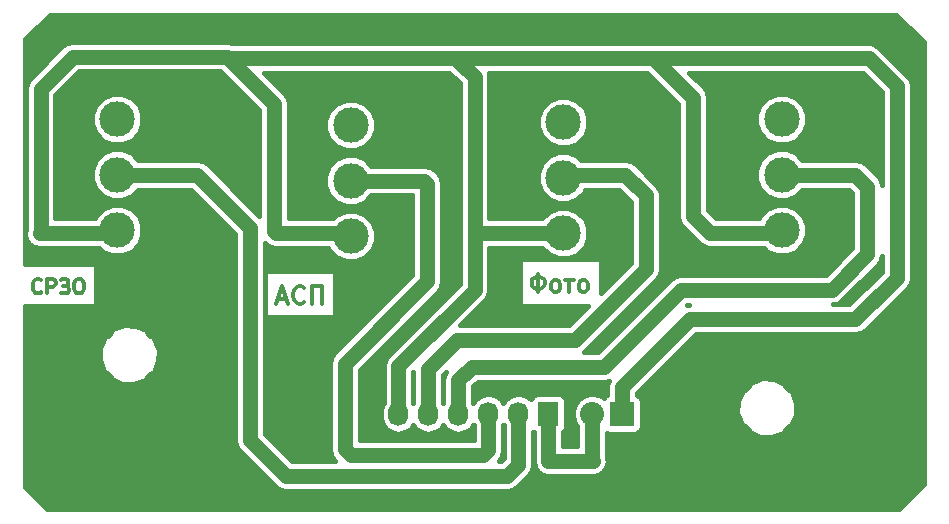
<source format=gbr>
G04 #@! TF.FileFunction,Copper,L1,Top,Signal*
%FSLAX46Y46*%
G04 Gerber Fmt 4.6, Leading zero omitted, Abs format (unit mm)*
G04 Created by KiCad (PCBNEW 4.0.0-rc2-stable) date 3-4-2016 10:17:43*
%MOMM*%
G01*
G04 APERTURE LIST*
%ADD10C,0.100000*%
%ADD11C,0.300000*%
%ADD12C,2.997200*%
%ADD13R,1.727200X2.032000*%
%ADD14O,1.727200X2.032000*%
%ADD15R,2.032000X2.032000*%
%ADD16O,2.032000X2.032000*%
%ADD17C,1.250000*%
%ADD18C,0.454000*%
G04 APERTURE END LIST*
D10*
D11*
X58392857Y-37178571D02*
X58392857Y-35678571D01*
X58250000Y-35892857D02*
X58535714Y-35892857D01*
X58750000Y-35964286D01*
X58892857Y-36107143D01*
X58964286Y-36250000D01*
X58964286Y-36535714D01*
X58892857Y-36678571D01*
X58750000Y-36821429D01*
X58535714Y-36892857D01*
X58250000Y-36892857D01*
X58035714Y-36821429D01*
X57892857Y-36678571D01*
X57821429Y-36535714D01*
X57821429Y-36250000D01*
X57892857Y-36107143D01*
X58035714Y-35964286D01*
X58250000Y-35892857D01*
X59750001Y-37178571D02*
X59607143Y-37107143D01*
X59535715Y-37035714D01*
X59464286Y-36892857D01*
X59464286Y-36464286D01*
X59535715Y-36321429D01*
X59607143Y-36250000D01*
X59750001Y-36178571D01*
X59964286Y-36178571D01*
X60107143Y-36250000D01*
X60178572Y-36321429D01*
X60250001Y-36464286D01*
X60250001Y-36892857D01*
X60178572Y-37035714D01*
X60107143Y-37107143D01*
X59964286Y-37178571D01*
X59750001Y-37178571D01*
X60678572Y-36178571D02*
X61392858Y-36178571D01*
X61035715Y-36178571D02*
X61035715Y-37178571D01*
X62107144Y-37178571D02*
X61964286Y-37107143D01*
X61892858Y-37035714D01*
X61821429Y-36892857D01*
X61821429Y-36464286D01*
X61892858Y-36321429D01*
X61964286Y-36250000D01*
X62107144Y-36178571D01*
X62321429Y-36178571D01*
X62464286Y-36250000D01*
X62535715Y-36321429D01*
X62607144Y-36464286D01*
X62607144Y-36892857D01*
X62535715Y-37035714D01*
X62464286Y-37107143D01*
X62321429Y-37178571D01*
X62107144Y-37178571D01*
X36357143Y-37750000D02*
X37071429Y-37750000D01*
X36214286Y-38178571D02*
X36714286Y-36678571D01*
X37214286Y-38178571D01*
X38571429Y-38035714D02*
X38500000Y-38107143D01*
X38285714Y-38178571D01*
X38142857Y-38178571D01*
X37928572Y-38107143D01*
X37785714Y-37964286D01*
X37714286Y-37821429D01*
X37642857Y-37535714D01*
X37642857Y-37321429D01*
X37714286Y-37035714D01*
X37785714Y-36892857D01*
X37928572Y-36750000D01*
X38142857Y-36678571D01*
X38285714Y-36678571D01*
X38500000Y-36750000D01*
X38571429Y-36821429D01*
X39214286Y-38178571D02*
X39214286Y-36678571D01*
X40071429Y-36678571D01*
X40071429Y-38178571D01*
X16321429Y-37178571D02*
X16264286Y-37235714D01*
X16092857Y-37292857D01*
X15978571Y-37292857D01*
X15807143Y-37235714D01*
X15692857Y-37121429D01*
X15635714Y-37007143D01*
X15578571Y-36778571D01*
X15578571Y-36607143D01*
X15635714Y-36378571D01*
X15692857Y-36264286D01*
X15807143Y-36150000D01*
X15978571Y-36092857D01*
X16092857Y-36092857D01*
X16264286Y-36150000D01*
X16321429Y-36207143D01*
X16835714Y-37292857D02*
X16835714Y-36092857D01*
X17292857Y-36092857D01*
X17407143Y-36150000D01*
X17464286Y-36207143D01*
X17521429Y-36321429D01*
X17521429Y-36492857D01*
X17464286Y-36607143D01*
X17407143Y-36664286D01*
X17292857Y-36721429D01*
X16835714Y-36721429D01*
X18150000Y-36664286D02*
X18378571Y-36664286D01*
X17978571Y-36150000D02*
X18092857Y-36092857D01*
X18378571Y-36092857D01*
X18492857Y-36150000D01*
X18550000Y-36207143D01*
X18607143Y-36321429D01*
X18607143Y-36435714D01*
X18550000Y-36550000D01*
X18492857Y-36607143D01*
X18378571Y-36664286D01*
X18550000Y-36721429D01*
X18607143Y-36778571D01*
X18664286Y-36892857D01*
X18664286Y-37064286D01*
X18607143Y-37178571D01*
X18550000Y-37235714D01*
X18435714Y-37292857D01*
X18092857Y-37292857D01*
X17978571Y-37235714D01*
X19407143Y-36092857D02*
X19635714Y-36092857D01*
X19750000Y-36150000D01*
X19864286Y-36264286D01*
X19921428Y-36492857D01*
X19921428Y-36892857D01*
X19864286Y-37121429D01*
X19750000Y-37235714D01*
X19635714Y-37292857D01*
X19407143Y-37292857D01*
X19292857Y-37235714D01*
X19178571Y-37121429D01*
X19121428Y-36892857D01*
X19121428Y-36492857D01*
X19178571Y-36264286D01*
X19292857Y-36150000D01*
X19407143Y-36092857D01*
D12*
X60500000Y-32199000D03*
X60500000Y-27500000D03*
X60500000Y-22801000D03*
X79000000Y-31949000D03*
X79000000Y-27250000D03*
X79000000Y-22551000D03*
X22750000Y-31949000D03*
X22750000Y-27250000D03*
X22750000Y-22551000D03*
X42500000Y-32449000D03*
X42500000Y-27750000D03*
X42500000Y-23051000D03*
D13*
X59250000Y-47500000D03*
D14*
X56710000Y-47500000D03*
X54170000Y-47500000D03*
X51630000Y-47500000D03*
X49090000Y-47500000D03*
X46550000Y-47500000D03*
D15*
X65500000Y-47500000D03*
D16*
X62960000Y-47500000D03*
D17*
X22750000Y-27250000D02*
X29500000Y-27250000D01*
X56710000Y-51790000D02*
X56710000Y-47500000D01*
X55750000Y-52750000D02*
X56710000Y-51790000D01*
X37000000Y-52750000D02*
X55750000Y-52750000D01*
X34000000Y-49750000D02*
X37000000Y-52750000D01*
X34000000Y-31750000D02*
X34000000Y-49750000D01*
X29500000Y-27250000D02*
X34000000Y-31750000D01*
X42500000Y-27750000D02*
X48750000Y-27750000D01*
X54170000Y-50580000D02*
X54170000Y-47500000D01*
X53750000Y-51000000D02*
X54170000Y-50580000D01*
X42500000Y-51000000D02*
X53750000Y-51000000D01*
X42000000Y-50500000D02*
X42500000Y-51000000D01*
X42000000Y-43250000D02*
X42000000Y-50500000D01*
X49000000Y-36250000D02*
X42000000Y-43250000D01*
X49000000Y-28000000D02*
X49000000Y-36250000D01*
X48750000Y-27750000D02*
X49000000Y-28000000D01*
X51620000Y-44630000D02*
X51620000Y-47500000D01*
X52750000Y-43500000D02*
X51620000Y-44630000D01*
X64000000Y-43500000D02*
X52750000Y-43500000D01*
X70500000Y-37000000D02*
X64000000Y-43500000D01*
X83250000Y-37000000D02*
X70500000Y-37000000D01*
X86250000Y-34000000D02*
X83250000Y-37000000D01*
X86250000Y-28250000D02*
X86250000Y-34000000D01*
X85250000Y-27250000D02*
X86250000Y-28250000D01*
X78500000Y-27250000D02*
X85250000Y-27250000D01*
X65750000Y-27250000D02*
X67500000Y-29000000D01*
X60250000Y-27250000D02*
X65750000Y-27250000D01*
X67500000Y-29000000D02*
X67500000Y-35250000D01*
X67500000Y-35250000D02*
X61500000Y-41250000D01*
X61500000Y-41250000D02*
X56500000Y-41250000D01*
X56500000Y-41250000D02*
X51500000Y-41250000D01*
X51500000Y-41250000D02*
X49080000Y-43670000D01*
X49080000Y-43670000D02*
X49080000Y-47500000D01*
X53000000Y-31750000D02*
X53000000Y-37000000D01*
X46550000Y-43450000D02*
X46550000Y-47500000D01*
X53000000Y-37000000D02*
X46550000Y-43450000D01*
X86375000Y-17375000D02*
X68125000Y-17375000D01*
X88750000Y-19750000D02*
X86375000Y-17375000D01*
X88750000Y-36000000D02*
X88750000Y-19750000D01*
X22750000Y-32199000D02*
X16199000Y-32199000D01*
X16250000Y-32148000D02*
X16250000Y-20000000D01*
X16199000Y-32199000D02*
X16250000Y-32148000D01*
X16250000Y-20000000D02*
X19000000Y-17250000D01*
X32125000Y-17375000D02*
X51000000Y-17375000D01*
X51000000Y-17375000D02*
X51375000Y-17375000D01*
X51375000Y-17375000D02*
X53000000Y-19000000D01*
X32000000Y-17250000D02*
X32125000Y-17375000D01*
X32125000Y-17375000D02*
X36000000Y-21250000D01*
X19000000Y-17250000D02*
X32000000Y-17250000D01*
X36000000Y-21250000D02*
X36000000Y-32000000D01*
X53000000Y-19000000D02*
X53000000Y-31750000D01*
X36000000Y-32000000D02*
X36199000Y-32199000D01*
X51000000Y-17375000D02*
X68125000Y-17375000D01*
X72949000Y-32199000D02*
X78250000Y-32199000D01*
X71500000Y-30750000D02*
X72949000Y-32199000D01*
X71500000Y-20750000D02*
X71500000Y-30750000D01*
X68125000Y-17375000D02*
X71500000Y-20750000D01*
X53449000Y-32199000D02*
X60250000Y-32199000D01*
X53000000Y-31750000D02*
X53449000Y-32199000D01*
X36199000Y-32199000D02*
X42750000Y-32199000D01*
X65500000Y-47500000D02*
X65500000Y-45250000D01*
X85250000Y-39500000D02*
X88750000Y-36000000D01*
X71250000Y-39500000D02*
X85250000Y-39500000D01*
X65500000Y-45250000D02*
X71250000Y-39500000D01*
X59250000Y-47500000D02*
X59250000Y-51500000D01*
X62960000Y-51460000D02*
X62960000Y-47500000D01*
X63000000Y-51500000D02*
X62960000Y-51460000D01*
X59250000Y-51500000D02*
X63000000Y-51500000D01*
D18*
G36*
X91040000Y-16044092D02*
X91040000Y-53455908D01*
X88955908Y-55540000D01*
X16794091Y-55540000D01*
X14960000Y-53705908D01*
X14960000Y-42923002D01*
X21251876Y-42923002D01*
X21603910Y-43846794D01*
X21684453Y-43967334D01*
X21978247Y-44100999D01*
X22149251Y-44272302D01*
X22282666Y-44565547D01*
X23184812Y-44969841D01*
X24173002Y-44998124D01*
X25096794Y-44646090D01*
X25217334Y-44565547D01*
X25350999Y-44271753D01*
X25522302Y-44100749D01*
X25815547Y-43967334D01*
X26219841Y-43065188D01*
X26248124Y-42076998D01*
X25896090Y-41153206D01*
X25815547Y-41032666D01*
X25521753Y-40899001D01*
X25350749Y-40727698D01*
X25217334Y-40434453D01*
X24315188Y-40030159D01*
X23326998Y-40001876D01*
X22403206Y-40353910D01*
X22282666Y-40434453D01*
X22149001Y-40728247D01*
X21977698Y-40899251D01*
X21684453Y-41032666D01*
X21280159Y-41934812D01*
X21251876Y-42923002D01*
X14960000Y-42923002D01*
X14960000Y-38375000D01*
X20935000Y-38375000D01*
X20935000Y-34825000D01*
X14960000Y-34825000D01*
X14960000Y-32304578D01*
X15034912Y-32681181D01*
X15308045Y-33089955D01*
X15716819Y-33363088D01*
X16199000Y-33459001D01*
X16199005Y-33459000D01*
X21242630Y-33459000D01*
X21539835Y-33756724D01*
X22323739Y-34082229D01*
X23172537Y-34082970D01*
X23957009Y-33758833D01*
X24557724Y-33159165D01*
X24883229Y-32375261D01*
X24883970Y-31526463D01*
X24559833Y-30741991D01*
X23960165Y-30141276D01*
X23176261Y-29815771D01*
X22327463Y-29815030D01*
X21542991Y-30139167D01*
X20942276Y-30738835D01*
X20859160Y-30939000D01*
X17510000Y-30939000D01*
X17510000Y-22973537D01*
X20616030Y-22973537D01*
X20940167Y-23758009D01*
X21539835Y-24358724D01*
X22323739Y-24684229D01*
X23172537Y-24684970D01*
X23957009Y-24360833D01*
X24557724Y-23761165D01*
X24883229Y-22977261D01*
X24883970Y-22128463D01*
X24559833Y-21343991D01*
X23960165Y-20743276D01*
X23176261Y-20417771D01*
X22327463Y-20417030D01*
X21542991Y-20741167D01*
X20942276Y-21340835D01*
X20616771Y-22124739D01*
X20616030Y-22973537D01*
X17510000Y-22973537D01*
X17510000Y-20521910D01*
X19521909Y-18510000D01*
X31478090Y-18510000D01*
X34740000Y-21771909D01*
X34740000Y-30708090D01*
X30390955Y-26359045D01*
X29982181Y-26085912D01*
X29500000Y-25989999D01*
X29499995Y-25990000D01*
X24506934Y-25990000D01*
X23960165Y-25442276D01*
X23176261Y-25116771D01*
X22327463Y-25116030D01*
X21542991Y-25440167D01*
X20942276Y-26039835D01*
X20616771Y-26823739D01*
X20616030Y-27672537D01*
X20940167Y-28457009D01*
X21539835Y-29057724D01*
X22323739Y-29383229D01*
X23172537Y-29383970D01*
X23957009Y-29059833D01*
X24507802Y-28510000D01*
X28978090Y-28510000D01*
X32740000Y-32271910D01*
X32740000Y-49749995D01*
X32739999Y-49750000D01*
X32835912Y-50232181D01*
X33109045Y-50640955D01*
X36109043Y-53640952D01*
X36109045Y-53640955D01*
X36517819Y-53914088D01*
X37000000Y-54010001D01*
X37000005Y-54010000D01*
X55749995Y-54010000D01*
X55750000Y-54010001D01*
X56232181Y-53914088D01*
X56640955Y-53640955D01*
X57600955Y-52680955D01*
X57874088Y-52272181D01*
X57970001Y-51790000D01*
X57970000Y-51789995D01*
X57970000Y-49000026D01*
X57990000Y-49013692D01*
X57990000Y-51500000D01*
X58085912Y-51982181D01*
X58359045Y-52390955D01*
X58767819Y-52664088D01*
X59250000Y-52760000D01*
X62999995Y-52760000D01*
X63000000Y-52760001D01*
X63482181Y-52664088D01*
X63890955Y-52390955D01*
X64164088Y-51982181D01*
X64260001Y-51500000D01*
X64220000Y-51298904D01*
X64220000Y-49104157D01*
X64232110Y-49112431D01*
X64484000Y-49163440D01*
X66516000Y-49163440D01*
X66751317Y-49119162D01*
X66967441Y-48980090D01*
X67112431Y-48767890D01*
X67163440Y-48516000D01*
X67163440Y-47423002D01*
X75251876Y-47423002D01*
X75603910Y-48346794D01*
X75684453Y-48467334D01*
X75978247Y-48600999D01*
X76149251Y-48772302D01*
X76282666Y-49065547D01*
X77184812Y-49469841D01*
X78173002Y-49498124D01*
X79096794Y-49146090D01*
X79217334Y-49065547D01*
X79350999Y-48771753D01*
X79522302Y-48600749D01*
X79815547Y-48467334D01*
X80219841Y-47565188D01*
X80248124Y-46576998D01*
X79896090Y-45653206D01*
X79815547Y-45532666D01*
X79521753Y-45399001D01*
X79350749Y-45227698D01*
X79217334Y-44934453D01*
X78315188Y-44530159D01*
X77326998Y-44501876D01*
X76403206Y-44853910D01*
X76282666Y-44934453D01*
X76149001Y-45228247D01*
X75977698Y-45399251D01*
X75684453Y-45532666D01*
X75280159Y-46434812D01*
X75251876Y-47423002D01*
X67163440Y-47423002D01*
X67163440Y-46484000D01*
X67119162Y-46248683D01*
X66980090Y-46032559D01*
X66767890Y-45887569D01*
X66760000Y-45885971D01*
X66760000Y-45771910D01*
X71771910Y-40760000D01*
X85249995Y-40760000D01*
X85250000Y-40760001D01*
X85732181Y-40664088D01*
X86140955Y-40390955D01*
X89640952Y-36890957D01*
X89640955Y-36890955D01*
X89914088Y-36482181D01*
X90010000Y-36000000D01*
X90010000Y-19750000D01*
X89914088Y-19267819D01*
X89640955Y-18859045D01*
X89640952Y-18859043D01*
X87265955Y-16484045D01*
X86857181Y-16210912D01*
X86375000Y-16114999D01*
X86374995Y-16115000D01*
X68125005Y-16115000D01*
X68125000Y-16114999D01*
X68124995Y-16115000D01*
X51375005Y-16115000D01*
X51375000Y-16114999D01*
X51374995Y-16115000D01*
X32525714Y-16115000D01*
X32482181Y-16085912D01*
X32000000Y-15989999D01*
X31999995Y-15990000D01*
X19000000Y-15990000D01*
X18517819Y-16085912D01*
X18109045Y-16359045D01*
X18109043Y-16359048D01*
X15359045Y-19109045D01*
X15085912Y-19517819D01*
X14989999Y-20000000D01*
X14990000Y-20000005D01*
X14990000Y-31942604D01*
X14960000Y-32093422D01*
X14960000Y-15794092D01*
X17044092Y-13710000D01*
X88705908Y-13710000D01*
X91040000Y-16044092D01*
X91040000Y-16044092D01*
G37*
X91040000Y-16044092D02*
X91040000Y-53455908D01*
X88955908Y-55540000D01*
X16794091Y-55540000D01*
X14960000Y-53705908D01*
X14960000Y-42923002D01*
X21251876Y-42923002D01*
X21603910Y-43846794D01*
X21684453Y-43967334D01*
X21978247Y-44100999D01*
X22149251Y-44272302D01*
X22282666Y-44565547D01*
X23184812Y-44969841D01*
X24173002Y-44998124D01*
X25096794Y-44646090D01*
X25217334Y-44565547D01*
X25350999Y-44271753D01*
X25522302Y-44100749D01*
X25815547Y-43967334D01*
X26219841Y-43065188D01*
X26248124Y-42076998D01*
X25896090Y-41153206D01*
X25815547Y-41032666D01*
X25521753Y-40899001D01*
X25350749Y-40727698D01*
X25217334Y-40434453D01*
X24315188Y-40030159D01*
X23326998Y-40001876D01*
X22403206Y-40353910D01*
X22282666Y-40434453D01*
X22149001Y-40728247D01*
X21977698Y-40899251D01*
X21684453Y-41032666D01*
X21280159Y-41934812D01*
X21251876Y-42923002D01*
X14960000Y-42923002D01*
X14960000Y-38375000D01*
X20935000Y-38375000D01*
X20935000Y-34825000D01*
X14960000Y-34825000D01*
X14960000Y-32304578D01*
X15034912Y-32681181D01*
X15308045Y-33089955D01*
X15716819Y-33363088D01*
X16199000Y-33459001D01*
X16199005Y-33459000D01*
X21242630Y-33459000D01*
X21539835Y-33756724D01*
X22323739Y-34082229D01*
X23172537Y-34082970D01*
X23957009Y-33758833D01*
X24557724Y-33159165D01*
X24883229Y-32375261D01*
X24883970Y-31526463D01*
X24559833Y-30741991D01*
X23960165Y-30141276D01*
X23176261Y-29815771D01*
X22327463Y-29815030D01*
X21542991Y-30139167D01*
X20942276Y-30738835D01*
X20859160Y-30939000D01*
X17510000Y-30939000D01*
X17510000Y-22973537D01*
X20616030Y-22973537D01*
X20940167Y-23758009D01*
X21539835Y-24358724D01*
X22323739Y-24684229D01*
X23172537Y-24684970D01*
X23957009Y-24360833D01*
X24557724Y-23761165D01*
X24883229Y-22977261D01*
X24883970Y-22128463D01*
X24559833Y-21343991D01*
X23960165Y-20743276D01*
X23176261Y-20417771D01*
X22327463Y-20417030D01*
X21542991Y-20741167D01*
X20942276Y-21340835D01*
X20616771Y-22124739D01*
X20616030Y-22973537D01*
X17510000Y-22973537D01*
X17510000Y-20521910D01*
X19521909Y-18510000D01*
X31478090Y-18510000D01*
X34740000Y-21771909D01*
X34740000Y-30708090D01*
X30390955Y-26359045D01*
X29982181Y-26085912D01*
X29500000Y-25989999D01*
X29499995Y-25990000D01*
X24506934Y-25990000D01*
X23960165Y-25442276D01*
X23176261Y-25116771D01*
X22327463Y-25116030D01*
X21542991Y-25440167D01*
X20942276Y-26039835D01*
X20616771Y-26823739D01*
X20616030Y-27672537D01*
X20940167Y-28457009D01*
X21539835Y-29057724D01*
X22323739Y-29383229D01*
X23172537Y-29383970D01*
X23957009Y-29059833D01*
X24507802Y-28510000D01*
X28978090Y-28510000D01*
X32740000Y-32271910D01*
X32740000Y-49749995D01*
X32739999Y-49750000D01*
X32835912Y-50232181D01*
X33109045Y-50640955D01*
X36109043Y-53640952D01*
X36109045Y-53640955D01*
X36517819Y-53914088D01*
X37000000Y-54010001D01*
X37000005Y-54010000D01*
X55749995Y-54010000D01*
X55750000Y-54010001D01*
X56232181Y-53914088D01*
X56640955Y-53640955D01*
X57600955Y-52680955D01*
X57874088Y-52272181D01*
X57970001Y-51790000D01*
X57970000Y-51789995D01*
X57970000Y-49000026D01*
X57990000Y-49013692D01*
X57990000Y-51500000D01*
X58085912Y-51982181D01*
X58359045Y-52390955D01*
X58767819Y-52664088D01*
X59250000Y-52760000D01*
X62999995Y-52760000D01*
X63000000Y-52760001D01*
X63482181Y-52664088D01*
X63890955Y-52390955D01*
X64164088Y-51982181D01*
X64260001Y-51500000D01*
X64220000Y-51298904D01*
X64220000Y-49104157D01*
X64232110Y-49112431D01*
X64484000Y-49163440D01*
X66516000Y-49163440D01*
X66751317Y-49119162D01*
X66967441Y-48980090D01*
X67112431Y-48767890D01*
X67163440Y-48516000D01*
X67163440Y-47423002D01*
X75251876Y-47423002D01*
X75603910Y-48346794D01*
X75684453Y-48467334D01*
X75978247Y-48600999D01*
X76149251Y-48772302D01*
X76282666Y-49065547D01*
X77184812Y-49469841D01*
X78173002Y-49498124D01*
X79096794Y-49146090D01*
X79217334Y-49065547D01*
X79350999Y-48771753D01*
X79522302Y-48600749D01*
X79815547Y-48467334D01*
X80219841Y-47565188D01*
X80248124Y-46576998D01*
X79896090Y-45653206D01*
X79815547Y-45532666D01*
X79521753Y-45399001D01*
X79350749Y-45227698D01*
X79217334Y-44934453D01*
X78315188Y-44530159D01*
X77326998Y-44501876D01*
X76403206Y-44853910D01*
X76282666Y-44934453D01*
X76149001Y-45228247D01*
X75977698Y-45399251D01*
X75684453Y-45532666D01*
X75280159Y-46434812D01*
X75251876Y-47423002D01*
X67163440Y-47423002D01*
X67163440Y-46484000D01*
X67119162Y-46248683D01*
X66980090Y-46032559D01*
X66767890Y-45887569D01*
X66760000Y-45885971D01*
X66760000Y-45771910D01*
X71771910Y-40760000D01*
X85249995Y-40760000D01*
X85250000Y-40760001D01*
X85732181Y-40664088D01*
X86140955Y-40390955D01*
X89640952Y-36890957D01*
X89640955Y-36890955D01*
X89914088Y-36482181D01*
X90010000Y-36000000D01*
X90010000Y-19750000D01*
X89914088Y-19267819D01*
X89640955Y-18859045D01*
X89640952Y-18859043D01*
X87265955Y-16484045D01*
X86857181Y-16210912D01*
X86375000Y-16114999D01*
X86374995Y-16115000D01*
X68125005Y-16115000D01*
X68125000Y-16114999D01*
X68124995Y-16115000D01*
X51375005Y-16115000D01*
X51375000Y-16114999D01*
X51374995Y-16115000D01*
X32525714Y-16115000D01*
X32482181Y-16085912D01*
X32000000Y-15989999D01*
X31999995Y-15990000D01*
X19000000Y-15990000D01*
X18517819Y-16085912D01*
X18109045Y-16359045D01*
X18109043Y-16359048D01*
X15359045Y-19109045D01*
X15085912Y-19517819D01*
X14989999Y-20000000D01*
X14990000Y-20000005D01*
X14990000Y-31942604D01*
X14960000Y-32093422D01*
X14960000Y-15794092D01*
X17044092Y-13710000D01*
X88705908Y-13710000D01*
X91040000Y-16044092D01*
G36*
X51740000Y-19521910D02*
X51740000Y-31749995D01*
X51739999Y-31750000D01*
X51740000Y-31750005D01*
X51740000Y-36478091D01*
X45659045Y-42559045D01*
X45385912Y-42967819D01*
X45289999Y-43450000D01*
X45290000Y-43450005D01*
X45290000Y-46555400D01*
X45165474Y-46741766D01*
X45051400Y-47315255D01*
X45051400Y-47684745D01*
X45165474Y-48258234D01*
X45490330Y-48744415D01*
X45976511Y-49069271D01*
X46550000Y-49183345D01*
X47123489Y-49069271D01*
X47609670Y-48744415D01*
X47820000Y-48429634D01*
X48030330Y-48744415D01*
X48516511Y-49069271D01*
X49090000Y-49183345D01*
X49663489Y-49069271D01*
X50149670Y-48744415D01*
X50360000Y-48429634D01*
X50570330Y-48744415D01*
X51056511Y-49069271D01*
X51630000Y-49183345D01*
X52203489Y-49069271D01*
X52689670Y-48744415D01*
X52900000Y-48429634D01*
X52910000Y-48444600D01*
X52910000Y-49740000D01*
X43260000Y-49740000D01*
X43260000Y-43771910D01*
X49890952Y-37140957D01*
X49890955Y-37140955D01*
X50164088Y-36732181D01*
X50260001Y-36250000D01*
X50260000Y-36249995D01*
X50260000Y-28000000D01*
X50164088Y-27517819D01*
X49890955Y-27109045D01*
X49890952Y-27109043D01*
X49640955Y-26859045D01*
X49232181Y-26585912D01*
X48750000Y-26489999D01*
X48749995Y-26490000D01*
X44256934Y-26490000D01*
X43710165Y-25942276D01*
X42926261Y-25616771D01*
X42077463Y-25616030D01*
X41292991Y-25940167D01*
X40692276Y-26539835D01*
X40366771Y-27323739D01*
X40366030Y-28172537D01*
X40690167Y-28957009D01*
X41289835Y-29557724D01*
X42073739Y-29883229D01*
X42922537Y-29883970D01*
X43707009Y-29559833D01*
X44257802Y-29010000D01*
X47740000Y-29010000D01*
X47740000Y-35728091D01*
X41109045Y-42359045D01*
X40835912Y-42767819D01*
X40739999Y-43250000D01*
X40740000Y-43250005D01*
X40740000Y-50499995D01*
X40739999Y-50500000D01*
X40835912Y-50982181D01*
X41109045Y-51390955D01*
X41208090Y-51490000D01*
X37521909Y-51490000D01*
X35260000Y-49228090D01*
X35260000Y-35365000D01*
X35286429Y-35365000D01*
X35286429Y-39335000D01*
X41213572Y-39335000D01*
X41213572Y-35365000D01*
X35286429Y-35365000D01*
X35260000Y-35365000D01*
X35260000Y-33041909D01*
X35308043Y-33089952D01*
X35308045Y-33089955D01*
X35716819Y-33363088D01*
X36199000Y-33459000D01*
X40608765Y-33459000D01*
X40690167Y-33656009D01*
X41289835Y-34256724D01*
X42073739Y-34582229D01*
X42922537Y-34582970D01*
X43707009Y-34258833D01*
X44307724Y-33659165D01*
X44633229Y-32875261D01*
X44633970Y-32026463D01*
X44309833Y-31241991D01*
X43710165Y-30641276D01*
X42926261Y-30315771D01*
X42077463Y-30315030D01*
X41292991Y-30639167D01*
X40992635Y-30939000D01*
X37260000Y-30939000D01*
X37260000Y-23473537D01*
X40366030Y-23473537D01*
X40690167Y-24258009D01*
X41289835Y-24858724D01*
X42073739Y-25184229D01*
X42922537Y-25184970D01*
X43707009Y-24860833D01*
X44307724Y-24261165D01*
X44633229Y-23477261D01*
X44633970Y-22628463D01*
X44309833Y-21843991D01*
X43710165Y-21243276D01*
X42926261Y-20917771D01*
X42077463Y-20917030D01*
X41292991Y-21241167D01*
X40692276Y-21840835D01*
X40366771Y-22624739D01*
X40366030Y-23473537D01*
X37260000Y-23473537D01*
X37260000Y-21250005D01*
X37260001Y-21250000D01*
X37164088Y-20767819D01*
X37079320Y-20640954D01*
X36890955Y-20359045D01*
X36890952Y-20359043D01*
X35166909Y-18635000D01*
X50853090Y-18635000D01*
X51740000Y-19521910D01*
X51740000Y-19521910D01*
G37*
X51740000Y-19521910D02*
X51740000Y-31749995D01*
X51739999Y-31750000D01*
X51740000Y-31750005D01*
X51740000Y-36478091D01*
X45659045Y-42559045D01*
X45385912Y-42967819D01*
X45289999Y-43450000D01*
X45290000Y-43450005D01*
X45290000Y-46555400D01*
X45165474Y-46741766D01*
X45051400Y-47315255D01*
X45051400Y-47684745D01*
X45165474Y-48258234D01*
X45490330Y-48744415D01*
X45976511Y-49069271D01*
X46550000Y-49183345D01*
X47123489Y-49069271D01*
X47609670Y-48744415D01*
X47820000Y-48429634D01*
X48030330Y-48744415D01*
X48516511Y-49069271D01*
X49090000Y-49183345D01*
X49663489Y-49069271D01*
X50149670Y-48744415D01*
X50360000Y-48429634D01*
X50570330Y-48744415D01*
X51056511Y-49069271D01*
X51630000Y-49183345D01*
X52203489Y-49069271D01*
X52689670Y-48744415D01*
X52900000Y-48429634D01*
X52910000Y-48444600D01*
X52910000Y-49740000D01*
X43260000Y-49740000D01*
X43260000Y-43771910D01*
X49890952Y-37140957D01*
X49890955Y-37140955D01*
X50164088Y-36732181D01*
X50260001Y-36250000D01*
X50260000Y-36249995D01*
X50260000Y-28000000D01*
X50164088Y-27517819D01*
X49890955Y-27109045D01*
X49890952Y-27109043D01*
X49640955Y-26859045D01*
X49232181Y-26585912D01*
X48750000Y-26489999D01*
X48749995Y-26490000D01*
X44256934Y-26490000D01*
X43710165Y-25942276D01*
X42926261Y-25616771D01*
X42077463Y-25616030D01*
X41292991Y-25940167D01*
X40692276Y-26539835D01*
X40366771Y-27323739D01*
X40366030Y-28172537D01*
X40690167Y-28957009D01*
X41289835Y-29557724D01*
X42073739Y-29883229D01*
X42922537Y-29883970D01*
X43707009Y-29559833D01*
X44257802Y-29010000D01*
X47740000Y-29010000D01*
X47740000Y-35728091D01*
X41109045Y-42359045D01*
X40835912Y-42767819D01*
X40739999Y-43250000D01*
X40740000Y-43250005D01*
X40740000Y-50499995D01*
X40739999Y-50500000D01*
X40835912Y-50982181D01*
X41109045Y-51390955D01*
X41208090Y-51490000D01*
X37521909Y-51490000D01*
X35260000Y-49228090D01*
X35260000Y-35365000D01*
X35286429Y-35365000D01*
X35286429Y-39335000D01*
X41213572Y-39335000D01*
X41213572Y-35365000D01*
X35286429Y-35365000D01*
X35260000Y-35365000D01*
X35260000Y-33041909D01*
X35308043Y-33089952D01*
X35308045Y-33089955D01*
X35716819Y-33363088D01*
X36199000Y-33459000D01*
X40608765Y-33459000D01*
X40690167Y-33656009D01*
X41289835Y-34256724D01*
X42073739Y-34582229D01*
X42922537Y-34582970D01*
X43707009Y-34258833D01*
X44307724Y-33659165D01*
X44633229Y-32875261D01*
X44633970Y-32026463D01*
X44309833Y-31241991D01*
X43710165Y-30641276D01*
X42926261Y-30315771D01*
X42077463Y-30315030D01*
X41292991Y-30639167D01*
X40992635Y-30939000D01*
X37260000Y-30939000D01*
X37260000Y-23473537D01*
X40366030Y-23473537D01*
X40690167Y-24258009D01*
X41289835Y-24858724D01*
X42073739Y-25184229D01*
X42922537Y-25184970D01*
X43707009Y-24860833D01*
X44307724Y-24261165D01*
X44633229Y-23477261D01*
X44633970Y-22628463D01*
X44309833Y-21843991D01*
X43710165Y-21243276D01*
X42926261Y-20917771D01*
X42077463Y-20917030D01*
X41292991Y-21241167D01*
X40692276Y-21840835D01*
X40366771Y-22624739D01*
X40366030Y-23473537D01*
X37260000Y-23473537D01*
X37260000Y-21250005D01*
X37260001Y-21250000D01*
X37164088Y-20767819D01*
X37079320Y-20640954D01*
X36890955Y-20359045D01*
X36890952Y-20359043D01*
X35166909Y-18635000D01*
X50853090Y-18635000D01*
X51740000Y-19521910D01*
G36*
X55450000Y-48444600D02*
X55450000Y-51268090D01*
X55228090Y-51490000D01*
X55041909Y-51490000D01*
X55060952Y-51470957D01*
X55060955Y-51470955D01*
X55334088Y-51062181D01*
X55342912Y-51017819D01*
X55430001Y-50580000D01*
X55430000Y-50579995D01*
X55430000Y-48444600D01*
X55440000Y-48429634D01*
X55450000Y-48444600D01*
X55450000Y-48444600D01*
G37*
X55450000Y-48444600D02*
X55450000Y-51268090D01*
X55228090Y-51490000D01*
X55041909Y-51490000D01*
X55060952Y-51470957D01*
X55060955Y-51470955D01*
X55334088Y-51062181D01*
X55342912Y-51017819D01*
X55430001Y-50580000D01*
X55430000Y-50579995D01*
X55430000Y-48444600D01*
X55440000Y-48429634D01*
X55450000Y-48444600D01*
G36*
X64335912Y-44767819D02*
X64239999Y-45250000D01*
X64240000Y-45250005D01*
X64240000Y-45886425D01*
X64032559Y-46019910D01*
X63930802Y-46168837D01*
X63591810Y-45942330D01*
X62960000Y-45816655D01*
X62328190Y-45942330D01*
X61792567Y-46300222D01*
X61434675Y-46835845D01*
X61309000Y-47467655D01*
X61309000Y-47532345D01*
X61434675Y-48164155D01*
X61700000Y-48561242D01*
X61700000Y-50240000D01*
X60510000Y-50240000D01*
X60510000Y-49015508D01*
X60565041Y-48980090D01*
X60710031Y-48767890D01*
X60761040Y-48516000D01*
X60761040Y-46484000D01*
X60716762Y-46248683D01*
X60577690Y-46032559D01*
X60365490Y-45887569D01*
X60113600Y-45836560D01*
X58386400Y-45836560D01*
X58151083Y-45880838D01*
X57934959Y-46019910D01*
X57789969Y-46232110D01*
X57781600Y-46273439D01*
X57769670Y-46255585D01*
X57283489Y-45930729D01*
X56710000Y-45816655D01*
X56136511Y-45930729D01*
X55650330Y-46255585D01*
X55440000Y-46570366D01*
X55229670Y-46255585D01*
X54743489Y-45930729D01*
X54170000Y-45816655D01*
X53596511Y-45930729D01*
X53110330Y-46255585D01*
X52900000Y-46570366D01*
X52880000Y-46540434D01*
X52880000Y-45151910D01*
X53271909Y-44760000D01*
X63999995Y-44760000D01*
X64000000Y-44760001D01*
X64393426Y-44681743D01*
X64335912Y-44767819D01*
X64335912Y-44767819D01*
G37*
X64335912Y-44767819D02*
X64239999Y-45250000D01*
X64240000Y-45250005D01*
X64240000Y-45886425D01*
X64032559Y-46019910D01*
X63930802Y-46168837D01*
X63591810Y-45942330D01*
X62960000Y-45816655D01*
X62328190Y-45942330D01*
X61792567Y-46300222D01*
X61434675Y-46835845D01*
X61309000Y-47467655D01*
X61309000Y-47532345D01*
X61434675Y-48164155D01*
X61700000Y-48561242D01*
X61700000Y-50240000D01*
X60510000Y-50240000D01*
X60510000Y-49015508D01*
X60565041Y-48980090D01*
X60710031Y-48767890D01*
X60761040Y-48516000D01*
X60761040Y-46484000D01*
X60716762Y-46248683D01*
X60577690Y-46032559D01*
X60365490Y-45887569D01*
X60113600Y-45836560D01*
X58386400Y-45836560D01*
X58151083Y-45880838D01*
X57934959Y-46019910D01*
X57789969Y-46232110D01*
X57781600Y-46273439D01*
X57769670Y-46255585D01*
X57283489Y-45930729D01*
X56710000Y-45816655D01*
X56136511Y-45930729D01*
X55650330Y-46255585D01*
X55440000Y-46570366D01*
X55229670Y-46255585D01*
X54743489Y-45930729D01*
X54170000Y-45816655D01*
X53596511Y-45930729D01*
X53110330Y-46255585D01*
X52900000Y-46570366D01*
X52880000Y-46540434D01*
X52880000Y-45151910D01*
X53271909Y-44760000D01*
X63999995Y-44760000D01*
X64000000Y-44760001D01*
X64393426Y-44681743D01*
X64335912Y-44767819D01*
G36*
X47820000Y-46570366D02*
X47810000Y-46555400D01*
X47810000Y-43971910D01*
X47820000Y-43961910D01*
X47820000Y-46570366D01*
X47820000Y-46570366D01*
G37*
X47820000Y-46570366D02*
X47810000Y-46555400D01*
X47810000Y-43971910D01*
X47820000Y-43961910D01*
X47820000Y-46570366D01*
G36*
X50455912Y-44147819D02*
X50359999Y-44630000D01*
X50360000Y-44630005D01*
X50360000Y-46570366D01*
X50340000Y-46540434D01*
X50340000Y-44191910D01*
X50600535Y-43931375D01*
X50455912Y-44147819D01*
X50455912Y-44147819D01*
G37*
X50455912Y-44147819D02*
X50359999Y-44630000D01*
X50360000Y-44630005D01*
X50360000Y-46570366D01*
X50340000Y-46540434D01*
X50340000Y-44191910D01*
X50600535Y-43931375D01*
X50455912Y-44147819D01*
G36*
X70240000Y-21271909D02*
X70240000Y-30749995D01*
X70239999Y-30750000D01*
X70335912Y-31232181D01*
X70609045Y-31640955D01*
X72058043Y-33089952D01*
X72058045Y-33089955D01*
X72390492Y-33312088D01*
X72466819Y-33363088D01*
X72949000Y-33459000D01*
X77492630Y-33459000D01*
X77789835Y-33756724D01*
X78573739Y-34082229D01*
X79422537Y-34082970D01*
X80207009Y-33758833D01*
X80807724Y-33159165D01*
X81133229Y-32375261D01*
X81133970Y-31526463D01*
X80809833Y-30741991D01*
X80210165Y-30141276D01*
X79426261Y-29815771D01*
X78577463Y-29815030D01*
X77792991Y-30139167D01*
X77192276Y-30738835D01*
X77109160Y-30939000D01*
X73470909Y-30939000D01*
X72760000Y-30228090D01*
X72760000Y-22973537D01*
X76866030Y-22973537D01*
X77190167Y-23758009D01*
X77789835Y-24358724D01*
X78573739Y-24684229D01*
X79422537Y-24684970D01*
X80207009Y-24360833D01*
X80807724Y-23761165D01*
X81133229Y-22977261D01*
X81133970Y-22128463D01*
X80809833Y-21343991D01*
X80210165Y-20743276D01*
X79426261Y-20417771D01*
X78577463Y-20417030D01*
X77792991Y-20741167D01*
X77192276Y-21340835D01*
X76866771Y-22124739D01*
X76866030Y-22973537D01*
X72760000Y-22973537D01*
X72760000Y-20750005D01*
X72760001Y-20750000D01*
X72664088Y-20267819D01*
X72658864Y-20260001D01*
X72390955Y-19859045D01*
X72390952Y-19859043D01*
X71166909Y-18635000D01*
X85853090Y-18635000D01*
X87490000Y-20271909D01*
X87490000Y-28149449D01*
X87414088Y-27767819D01*
X87395500Y-27740000D01*
X87140955Y-27359045D01*
X87140952Y-27359043D01*
X86140955Y-26359045D01*
X85732181Y-26085912D01*
X85250000Y-25989999D01*
X85249995Y-25990000D01*
X80756934Y-25990000D01*
X80210165Y-25442276D01*
X79426261Y-25116771D01*
X78577463Y-25116030D01*
X77792991Y-25440167D01*
X77192276Y-26039835D01*
X76866771Y-26823739D01*
X76866030Y-27672537D01*
X77190167Y-28457009D01*
X77789835Y-29057724D01*
X78573739Y-29383229D01*
X79422537Y-29383970D01*
X80207009Y-29059833D01*
X80757802Y-28510000D01*
X84728090Y-28510000D01*
X84990000Y-28771909D01*
X84990000Y-33478091D01*
X82728090Y-35740000D01*
X70500005Y-35740000D01*
X70500000Y-35739999D01*
X70017819Y-35835912D01*
X69609045Y-36109045D01*
X69609043Y-36109048D01*
X63478090Y-42240000D01*
X62242723Y-42240000D01*
X62390955Y-42140955D01*
X68390952Y-36140957D01*
X68390955Y-36140955D01*
X68664088Y-35732181D01*
X68760000Y-35250000D01*
X68760000Y-29000005D01*
X68760001Y-29000000D01*
X68664088Y-28517819D01*
X68658864Y-28510000D01*
X68390955Y-28109045D01*
X68390952Y-28109043D01*
X66640955Y-26359045D01*
X66232181Y-26085912D01*
X65750000Y-25989999D01*
X65749995Y-25990000D01*
X62007370Y-25990000D01*
X61710165Y-25692276D01*
X60926261Y-25366771D01*
X60077463Y-25366030D01*
X59292991Y-25690167D01*
X58692276Y-26289835D01*
X58366771Y-27073739D01*
X58366030Y-27922537D01*
X58690167Y-28707009D01*
X59289835Y-29307724D01*
X60073739Y-29633229D01*
X60922537Y-29633970D01*
X61707009Y-29309833D01*
X62307724Y-28710165D01*
X62390840Y-28510000D01*
X65228090Y-28510000D01*
X66240000Y-29521909D01*
X66240000Y-34728091D01*
X63677858Y-37290233D01*
X63677858Y-34365000D01*
X56822143Y-34365000D01*
X56822143Y-38335000D01*
X62633090Y-38335000D01*
X60978090Y-39990000D01*
X51791909Y-39990000D01*
X53890952Y-37890957D01*
X53890955Y-37890955D01*
X54164088Y-37482181D01*
X54260000Y-37000000D01*
X54260000Y-33459000D01*
X58743066Y-33459000D01*
X59289835Y-34006724D01*
X60073739Y-34332229D01*
X60922537Y-34332970D01*
X61707009Y-34008833D01*
X62307724Y-33409165D01*
X62633229Y-32625261D01*
X62633970Y-31776463D01*
X62309833Y-30991991D01*
X61710165Y-30391276D01*
X60926261Y-30065771D01*
X60077463Y-30065030D01*
X59292991Y-30389167D01*
X58742198Y-30939000D01*
X54260000Y-30939000D01*
X54260000Y-23223537D01*
X58366030Y-23223537D01*
X58690167Y-24008009D01*
X59289835Y-24608724D01*
X60073739Y-24934229D01*
X60922537Y-24934970D01*
X61707009Y-24610833D01*
X62307724Y-24011165D01*
X62633229Y-23227261D01*
X62633970Y-22378463D01*
X62309833Y-21593991D01*
X61710165Y-20993276D01*
X60926261Y-20667771D01*
X60077463Y-20667030D01*
X59292991Y-20991167D01*
X58692276Y-21590835D01*
X58366771Y-22374739D01*
X58366030Y-23223537D01*
X54260000Y-23223537D01*
X54260000Y-19000005D01*
X54260001Y-19000000D01*
X54187397Y-18635000D01*
X67603090Y-18635000D01*
X70240000Y-21271909D01*
X70240000Y-21271909D01*
G37*
X70240000Y-21271909D02*
X70240000Y-30749995D01*
X70239999Y-30750000D01*
X70335912Y-31232181D01*
X70609045Y-31640955D01*
X72058043Y-33089952D01*
X72058045Y-33089955D01*
X72390492Y-33312088D01*
X72466819Y-33363088D01*
X72949000Y-33459000D01*
X77492630Y-33459000D01*
X77789835Y-33756724D01*
X78573739Y-34082229D01*
X79422537Y-34082970D01*
X80207009Y-33758833D01*
X80807724Y-33159165D01*
X81133229Y-32375261D01*
X81133970Y-31526463D01*
X80809833Y-30741991D01*
X80210165Y-30141276D01*
X79426261Y-29815771D01*
X78577463Y-29815030D01*
X77792991Y-30139167D01*
X77192276Y-30738835D01*
X77109160Y-30939000D01*
X73470909Y-30939000D01*
X72760000Y-30228090D01*
X72760000Y-22973537D01*
X76866030Y-22973537D01*
X77190167Y-23758009D01*
X77789835Y-24358724D01*
X78573739Y-24684229D01*
X79422537Y-24684970D01*
X80207009Y-24360833D01*
X80807724Y-23761165D01*
X81133229Y-22977261D01*
X81133970Y-22128463D01*
X80809833Y-21343991D01*
X80210165Y-20743276D01*
X79426261Y-20417771D01*
X78577463Y-20417030D01*
X77792991Y-20741167D01*
X77192276Y-21340835D01*
X76866771Y-22124739D01*
X76866030Y-22973537D01*
X72760000Y-22973537D01*
X72760000Y-20750005D01*
X72760001Y-20750000D01*
X72664088Y-20267819D01*
X72658864Y-20260001D01*
X72390955Y-19859045D01*
X72390952Y-19859043D01*
X71166909Y-18635000D01*
X85853090Y-18635000D01*
X87490000Y-20271909D01*
X87490000Y-28149449D01*
X87414088Y-27767819D01*
X87395500Y-27740000D01*
X87140955Y-27359045D01*
X87140952Y-27359043D01*
X86140955Y-26359045D01*
X85732181Y-26085912D01*
X85250000Y-25989999D01*
X85249995Y-25990000D01*
X80756934Y-25990000D01*
X80210165Y-25442276D01*
X79426261Y-25116771D01*
X78577463Y-25116030D01*
X77792991Y-25440167D01*
X77192276Y-26039835D01*
X76866771Y-26823739D01*
X76866030Y-27672537D01*
X77190167Y-28457009D01*
X77789835Y-29057724D01*
X78573739Y-29383229D01*
X79422537Y-29383970D01*
X80207009Y-29059833D01*
X80757802Y-28510000D01*
X84728090Y-28510000D01*
X84990000Y-28771909D01*
X84990000Y-33478091D01*
X82728090Y-35740000D01*
X70500005Y-35740000D01*
X70500000Y-35739999D01*
X70017819Y-35835912D01*
X69609045Y-36109045D01*
X69609043Y-36109048D01*
X63478090Y-42240000D01*
X62242723Y-42240000D01*
X62390955Y-42140955D01*
X68390952Y-36140957D01*
X68390955Y-36140955D01*
X68664088Y-35732181D01*
X68760000Y-35250000D01*
X68760000Y-29000005D01*
X68760001Y-29000000D01*
X68664088Y-28517819D01*
X68658864Y-28510000D01*
X68390955Y-28109045D01*
X68390952Y-28109043D01*
X66640955Y-26359045D01*
X66232181Y-26085912D01*
X65750000Y-25989999D01*
X65749995Y-25990000D01*
X62007370Y-25990000D01*
X61710165Y-25692276D01*
X60926261Y-25366771D01*
X60077463Y-25366030D01*
X59292991Y-25690167D01*
X58692276Y-26289835D01*
X58366771Y-27073739D01*
X58366030Y-27922537D01*
X58690167Y-28707009D01*
X59289835Y-29307724D01*
X60073739Y-29633229D01*
X60922537Y-29633970D01*
X61707009Y-29309833D01*
X62307724Y-28710165D01*
X62390840Y-28510000D01*
X65228090Y-28510000D01*
X66240000Y-29521909D01*
X66240000Y-34728091D01*
X63677858Y-37290233D01*
X63677858Y-34365000D01*
X56822143Y-34365000D01*
X56822143Y-38335000D01*
X62633090Y-38335000D01*
X60978090Y-39990000D01*
X51791909Y-39990000D01*
X53890952Y-37890957D01*
X53890955Y-37890955D01*
X54164088Y-37482181D01*
X54260000Y-37000000D01*
X54260000Y-33459000D01*
X58743066Y-33459000D01*
X59289835Y-34006724D01*
X60073739Y-34332229D01*
X60922537Y-34332970D01*
X61707009Y-34008833D01*
X62307724Y-33409165D01*
X62633229Y-32625261D01*
X62633970Y-31776463D01*
X62309833Y-30991991D01*
X61710165Y-30391276D01*
X60926261Y-30065771D01*
X60077463Y-30065030D01*
X59292991Y-30389167D01*
X58742198Y-30939000D01*
X54260000Y-30939000D01*
X54260000Y-23223537D01*
X58366030Y-23223537D01*
X58690167Y-24008009D01*
X59289835Y-24608724D01*
X60073739Y-24934229D01*
X60922537Y-24934970D01*
X61707009Y-24610833D01*
X62307724Y-24011165D01*
X62633229Y-23227261D01*
X62633970Y-22378463D01*
X62309833Y-21593991D01*
X61710165Y-20993276D01*
X60926261Y-20667771D01*
X60077463Y-20667030D01*
X59292991Y-20991167D01*
X58692276Y-21590835D01*
X58366771Y-22374739D01*
X58366030Y-23223537D01*
X54260000Y-23223537D01*
X54260000Y-19000005D01*
X54260001Y-19000000D01*
X54187397Y-18635000D01*
X67603090Y-18635000D01*
X70240000Y-21271909D01*
G36*
X70990240Y-38291669D02*
X71021909Y-38260000D01*
X71149449Y-38260000D01*
X70990240Y-38291669D01*
X70990240Y-38291669D01*
G37*
X70990240Y-38291669D02*
X71021909Y-38260000D01*
X71149449Y-38260000D01*
X70990240Y-38291669D01*
G36*
X87490000Y-35478091D02*
X84728090Y-38240000D01*
X83350551Y-38240000D01*
X83732181Y-38164088D01*
X84140955Y-37890955D01*
X87140952Y-34890957D01*
X87140955Y-34890955D01*
X87414088Y-34482181D01*
X87443768Y-34332970D01*
X87490000Y-34100551D01*
X87490000Y-35478091D01*
X87490000Y-35478091D01*
G37*
X87490000Y-35478091D02*
X84728090Y-38240000D01*
X83350551Y-38240000D01*
X83732181Y-38164088D01*
X84140955Y-37890955D01*
X87140952Y-34890957D01*
X87140955Y-34890955D01*
X87414088Y-34482181D01*
X87443768Y-34332970D01*
X87490000Y-34100551D01*
X87490000Y-35478091D01*
M02*

</source>
